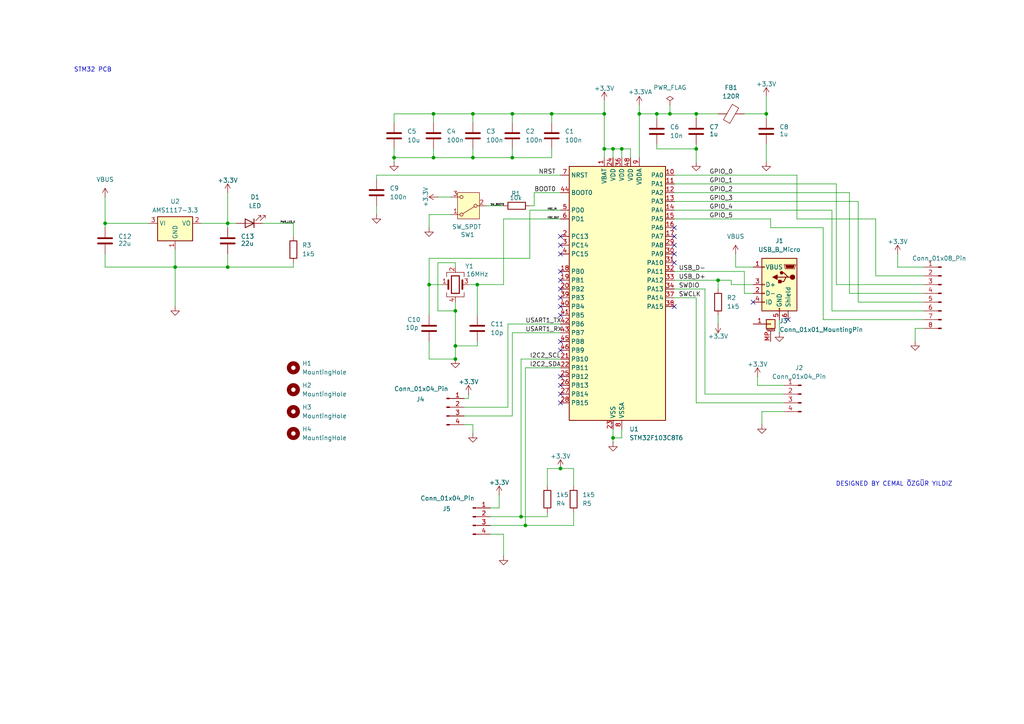
<source format=kicad_sch>
(kicad_sch (version 20231120) (generator "eeschema") (generator_version "8.0")
  (paper "A4")
  (title_block (title "STM32F103 PCB") (date "2024-03-31") (rev "0.1") (company "Cemal Özgür YILDIZ"))
  (lib_symbols
    (symbol "Connector:Conn_01x04_Pin" (pin_names (offset 1.016) hide)
      (property "Reference" "J" (at 0 5.08 0))
      (property "Value" "Conn_01x04_Pin" (at 0 -7.62 0))
      (symbol "Conn_01x04_Pin_1_1"
        (polyline (pts (xy 1.27 -5.08) (xy 0.8636 -5.08)) (stroke (width 0.1524)))
        (polyline (pts (xy 1.27 -2.54) (xy 0.8636 -2.54)) (stroke (width 0.1524)))
        (polyline (pts (xy 1.27 0) (xy 0.8636 0)) (stroke (width 0.1524)))
        (polyline (pts (xy 1.27 2.54) (xy 0.8636 2.54)) (stroke (width 0.1524)))
        (rectangle (start 0.8636 -4.953) (end 0 -5.207) (stroke (width 0.1524)) (fill (type outline)))
        (rectangle (start 0.8636 -2.413) (end 0 -2.667) (stroke (width 0.1524)) (fill (type outline)))
        (rectangle (start 0.8636 0.127) (end 0 -0.127) (stroke (width 0.1524)) (fill (type outline)))
        (rectangle (start 0.8636 2.667) (end 0 2.413) (stroke (width 0.1524)) (fill (type outline)))
        (pin passive line (at 5.08 2.54 180) (length 3.81) (name "Pin_1") (number "1"))
        (pin passive line (at 5.08 0 180) (length 3.81) (name "Pin_2") (number "2"))
        (pin passive line (at 5.08 -2.54 180) (length 3.81) (name "Pin_3") (number "3"))
        (pin passive line (at 5.08 -5.08 180) (length 3.81) (name "Pin_4") (number "4"))
      )
    )
    (symbol "Connector:Conn_01x08_Pin" (pin_names (offset 1.016) hide)
      (property "Reference" "J" (at 0 10.16 0))
      (property "Value" "Conn_01x08_Pin" (at 0 -12.7 0))
      (symbol "Conn_01x08_Pin_1_1"
        (polyline (pts (xy 1.27 -10.16) (xy 0.8636 -10.16)) (stroke (width 0.1524)))
        (polyline (pts (xy 1.27 -7.62) (xy 0.8636 -7.62)) (stroke (width 0.1524)))
        (polyline (pts (xy 1.27 -5.08) (xy 0.8636 -5.08)) (stroke (width 0.1524)))
        (polyline (pts (xy 1.27 -2.54) (xy 0.8636 -2.54)) (stroke (width 0.1524)))
        (polyline (pts (xy 1.27 0) (xy 0.8636 0)) (stroke (width 0.1524)))
        (polyline (pts (xy 1.27 2.54) (xy 0.8636 2.54)) (stroke (width 0.1524)))
        (polyline (pts (xy 1.27 5.08) (xy 0.8636 5.08)) (stroke (width 0.1524)))
        (polyline (pts (xy 1.27 7.62) (xy 0.8636 7.62)) (stroke (width 0.1524)))
        (rectangle (start 0.8636 -10.033) (end 0 -10.287) (stroke (width 0.1524)) (fill (type outline)))
        (rectangle (start 0.8636 -7.493) (end 0 -7.747) (stroke (width 0.1524)) (fill (type outline)))
        (rectangle (start 0.8636 -4.953) (end 0 -5.207) (stroke (width 0.1524)) (fill (type outline)))
        (rectangle (start 0.8636 -2.413) (end 0 -2.667) (stroke (width 0.1524)) (fill (type outline)))
        (rectangle (start 0.8636 0.127) (end 0 -0.127) (stroke (width 0.1524)) (fill (type outline)))
        (rectangle (start 0.8636 2.667) (end 0 2.413) (stroke (width 0.1524)) (fill (type outline)))
        (rectangle (start 0.8636 5.207) (end 0 4.953) (stroke (width 0.1524)) (fill (type outline)))
        (rectangle (start 0.8636 7.747) (end 0 7.493) (stroke (width 0.1524)) (fill (type outline)))
        (pin passive line (at 5.08 7.62 180) (length 3.81) (name "Pin_1") (number "1"))
        (pin passive line (at 5.08 5.08 180) (length 3.81) (name "Pin_2") (number "2"))
        (pin passive line (at 5.08 2.54 180) (length 3.81) (name "Pin_3") (number "3"))
        (pin passive line (at 5.08 0 180) (length 3.81) (name "Pin_4") (number "4"))
        (pin passive line (at 5.08 -2.54 180) (length 3.81) (name "Pin_5") (number "5"))
        (pin passive line (at 5.08 -5.08 180) (length 3.81) (name "Pin_6") (number "6"))
        (pin passive line (at 5.08 -7.62 180) (length 3.81) (name "Pin_7") (number "7"))
        (pin passive line (at 5.08 -10.16 180) (length 3.81) (name "Pin_8") (number "8"))
      )
    )
    (symbol "Connector:USB_B_Micro" (pin_names (offset 1.016))
      (property "Reference" "J" (at -5.08 11.43 0))
      (property "Value" "USB_B_Micro" (at -5.08 8.89 0))
      (symbol "USB_B_Micro_0_1"
        (rectangle (start -5.08 -7.62) (end 5.08 7.62) (stroke (width 0.254)) (fill (type background)))
        (circle (center -3.81 2.159) (radius 0.635) (stroke (width 0.254)) (fill (type outline)))
        (circle (center -0.635 3.429) (radius 0.381) (stroke (width 0.254)) (fill (type outline)))
        (rectangle (start -0.127 -7.62) (end 0.127 -6.858))
        (polyline (pts (xy -1.905 2.159) (xy 0.635 2.159)) (stroke (width 0.254)))
        (polyline (pts (xy -3.175 2.159) (xy -2.54 2.159) (xy -1.27 3.429) (xy -0.635 3.429)) (stroke (width 0.254)))
        (polyline (pts (xy -2.54 2.159) (xy -1.905 2.159) (xy -1.27 0.889) (xy 0 0.889)) (stroke (width 0.254)))
        (polyline (pts (xy 0.635 2.794) (xy 0.635 1.524) (xy 1.905 2.159) (xy 0.635 2.794)) (stroke (width 0.254)) (fill (type outline)))
        (polyline (pts (xy -4.318 5.588) (xy -1.778 5.588) (xy -2.032 4.826) (xy -4.064 4.826) (xy -4.318 5.588)) (fill (type outline)))
        (polyline (pts (xy -4.699 5.842) (xy -4.699 5.588) (xy -4.445 4.826) (xy -4.445 4.572) (xy -1.651 4.572) (xy -1.651 4.826) (xy -1.397 5.588) (xy -1.397 5.842) (xy -4.699 5.842)))
        (rectangle (start 0.254 1.27) (end -0.508 0.508) (stroke (width 0.254)) (fill (type outline)))
        (rectangle (start 5.08 -5.207) (end 4.318 -4.953))
        (rectangle (start 5.08 -2.667) (end 4.318 -2.413))
        (rectangle (start 5.08 -0.127) (end 4.318 0.127))
        (rectangle (start 5.08 4.953) (end 4.318 5.207))
      )
      (symbol "USB_B_Micro_1_1"
        (pin power_out line (at 7.62 5.08 180) (length 2.54) (name "VBUS") (number "1"))
        (pin bidirectional line (at 7.62 -2.54 180) (length 2.54) (name "D-") (number "2"))
        (pin bidirectional line (at 7.62 0 180) (length 2.54) (name "D+") (number "3"))
        (pin passive line (at 7.62 -5.08 180) (length 2.54) (name "ID") (number "4"))
        (pin power_out line (at 0 -10.16 90) (length 2.54) (name "GND") (number "5"))
        (pin passive line (at -2.54 -10.16 90) (length 2.54) (name "Shield") (number "6"))
      )
    )
    (symbol "Connector_Generic_MountingPin:Conn_01x01_MountingPin" (pin_names (offset 1.016) hide)
      (property "Reference" "J" (at 0 2.54 0))
      (property "Value" "Conn_01x01_MountingPin" (at 1.27 -2.54 0))
      (symbol "Conn_01x01_MountingPin_1_1"
        (rectangle (start -1.27 0.127) (end 0 -0.127) (stroke (width 0.1524)))
        (rectangle (start -1.27 1.27) (end 1.27 -1.27) (stroke (width 0.254)) (fill (type background)))
        (polyline (pts (xy -1.016 -2.032) (xy 1.016 -2.032)) (stroke (width 0.1524)))
        (text "Mounting" (at 0 -1.651 0) (effects (font (size 0.381 0.381))))
        (pin passive line (at -5.08 0 0) (length 3.81) (name "Pin_1") (number "1"))
        (pin passive line (at 0 -5.08 90) (length 3.048) (name "MountPin") (number "MP"))
      )
    )
    (symbol "Device:C" (pin_numbers hide) (pin_names (offset 0.254))
      (property "Reference" "C" (at 0.635 2.54 0))
      (property "Value" "C" (at 0.635 -2.54 0))
      (symbol "C_0_1"
        (polyline (pts (xy -2.032 -0.762) (xy 2.032 -0.762)) (stroke (width 0.508)))
        (polyline (pts (xy -2.032 0.762) (xy 2.032 0.762)) (stroke (width 0.508)))
      )
      (symbol "C_1_1"
        (pin passive line (at 0 3.81 270) (length 2.794) (name "~") (number "1"))
        (pin passive line (at 0 -3.81 90) (length 2.794) (name "~") (number "2"))
      )
    )
    (symbol "Device:Crystal_GND24" (pin_names (offset 1.016) hide)
      (property "Reference" "Y" (at 3.175 5.08 0))
      (property "Value" "Crystal_GND24" (at 3.175 3.175 0))
      (symbol "Crystal_GND24_0_1"
        (rectangle (start -1.143 2.54) (end 1.143 -2.54) (stroke (width 0.3048)))
        (polyline (pts (xy -2.54 0) (xy -2.032 0)))
        (polyline (pts (xy -2.032 -1.27) (xy -2.032 1.27)) (stroke (width 0.508)))
        (polyline (pts (xy 0 -3.81) (xy 0 -3.556)))
        (polyline (pts (xy 0 3.556) (xy 0 3.81)))
        (polyline (pts (xy 2.032 -1.27) (xy 2.032 1.27)) (stroke (width 0.508)))
        (polyline (pts (xy 2.032 0) (xy 2.54 0)))
        (polyline (pts (xy -2.54 -2.286) (xy -2.54 -3.556) (xy 2.54 -3.556) (xy 2.54 -2.286)))
        (polyline (pts (xy -2.54 2.286) (xy -2.54 3.556) (xy 2.54 3.556) (xy 2.54 2.286)))
      )
      (symbol "Crystal_GND24_1_1"
        (pin passive line (at -3.81 0 0) (length 1.27) (name "1") (number "1"))
        (pin passive line (at 0 5.08 270) (length 1.27) (name "2") (number "2"))
        (pin passive line (at 3.81 0 180) (length 1.27) (name "3") (number "3"))
        (pin passive line (at 0 -5.08 90) (length 1.27) (name "4") (number "4"))
      )
    )
    (symbol "Device:FerriteBead" (pin_numbers hide) (pin_names (offset 0))
      (property "Reference" "FB" (at -3.81 0.635 90))
      (property "Value" "FerriteBead" (at 3.81 0 90))
      (symbol "FerriteBead_0_1"
        (polyline (pts (xy 0 -1.27) (xy 0 -1.2192)))
        (polyline (pts (xy 0 1.27) (xy 0 1.2954)))
        (polyline (pts (xy -2.7686 0.4064) (xy -1.7018 2.2606) (xy 2.7686 -0.3048) (xy 1.6764 -2.159) (xy -2.7686 0.4064)))
      )
      (symbol "FerriteBead_1_1"
        (pin passive line (at 0 3.81 270) (length 2.54) (name "~") (number "1"))
        (pin passive line (at 0 -3.81 90) (length 2.54) (name "~") (number "2"))
      )
    )
    (symbol "Device:LED" (pin_numbers hide) (pin_names (offset 1.016) hide)
      (property "Reference" "D" (at 0 2.54 0))
      (property "Value" "LED" (at 0 -2.54 0))
      (symbol "LED_0_1"
        (polyline (pts (xy -1.27 -1.27) (xy -1.27 1.27)) (stroke (width 0.254)))
        (polyline (pts (xy -1.27 0) (xy 1.27 0)))
        (polyline (pts (xy 1.27 -1.27) (xy 1.27 1.27) (xy -1.27 0) (xy 1.27 -1.27)) (stroke (width 0.254)))
        (polyline (pts (xy -3.048 -0.762) (xy -4.572 -2.286) (xy -3.81 -2.286) (xy -4.572 -2.286) (xy -4.572 -1.524)))
        (polyline (pts (xy -1.778 -0.762) (xy -3.302 -2.286) (xy -2.54 -2.286) (xy -3.302 -2.286) (xy -3.302 -1.524)))
      )
      (symbol "LED_1_1"
        (pin passive line (at -3.81 0 0) (length 2.54) (name "K") (number "1"))
        (pin passive line (at 3.81 0 180) (length 2.54) (name "A") (number "2"))
      )
    )
    (symbol "Device:R" (pin_numbers hide) (pin_names (offset 0))
      (property "Reference" "R" (at 2.032 0 90))
      (property "Value" "R" (at 0 0 90))
      (symbol "R_0_1"
        (rectangle (start -1.016 -2.54) (end 1.016 2.54) (stroke (width 0.254)))
      )
      (symbol "R_1_1"
        (pin passive line (at 0 3.81 270) (length 1.27) (name "~") (number "1"))
        (pin passive line (at 0 -3.81 90) (length 1.27) (name "~") (number "2"))
      )
    )
    (symbol "MCU_ST_STM32F1:STM32F103C8Tx"
      (property "Reference" "U" (at -12.7 39.37 0))
      (property "Value" "STM32F103C8Tx" (at 10.16 39.37 0))
      (symbol "STM32F103C8Tx_0_1"
        (rectangle (start -12.7 -35.56) (end 15.24 38.1) (stroke (width 0.254)) (fill (type background)))
      )
      (symbol "STM32F103C8Tx_1_1"
        (pin power_in line (at -2.54 40.64 270) (length 2.54) (name "VBAT") (number "1"))
        (pin bidirectional line (at 17.78 35.56 180) (length 2.54) (name "PA0") (number "10"))
        (pin bidirectional line (at 17.78 33.02 180) (length 2.54) (name "PA1") (number "11"))
        (pin bidirectional line (at 17.78 30.48 180) (length 2.54) (name "PA2") (number "12"))
        (pin bidirectional line (at 17.78 27.94 180) (length 2.54) (name "PA3") (number "13"))
        (pin bidirectional line (at 17.78 25.4 180) (length 2.54) (name "PA4") (number "14"))
        (pin bidirectional line (at 17.78 22.86 180) (length 2.54) (name "PA5") (number "15"))
        (pin bidirectional line (at 17.78 20.32 180) (length 2.54) (name "PA6") (number "16"))
        (pin bidirectional line (at 17.78 17.78 180) (length 2.54) (name "PA7") (number "17"))
        (pin bidirectional line (at -15.24 7.62 0) (length 2.54) (name "PB0") (number "18"))
        (pin bidirectional line (at -15.24 5.08 0) (length 2.54) (name "PB1") (number "19"))
        (pin bidirectional line (at -15.24 17.78 0) (length 2.54) (name "PC13") (number "2"))
        (pin bidirectional line (at -15.24 2.54 0) (length 2.54) (name "PB2") (number "20"))
        (pin bidirectional line (at -15.24 -17.78 0) (length 2.54) (name "PB10") (number "21"))
        (pin bidirectional line (at -15.24 -20.32 0) (length 2.54) (name "PB11") (number "22"))
        (pin power_in line (at 0 -38.1 90) (length 2.54) (name "VSS") (number "23"))
        (pin power_in line (at 0 40.64 270) (length 2.54) (name "VDD") (number "24"))
        (pin bidirectional line (at -15.24 -22.86 0) (length 2.54) (name "PB12") (number "25"))
        (pin bidirectional line (at -15.24 -25.4 0) (length 2.54) (name "PB13") (number "26"))
        (pin bidirectional line (at -15.24 -27.94 0) (length 2.54) (name "PB14") (number "27"))
        (pin bidirectional line (at -15.24 -30.48 0) (length 2.54) (name "PB15") (number "28"))
        (pin bidirectional line (at 17.78 15.24 180) (length 2.54) (name "PA8") (number "29"))
        (pin bidirectional line (at -15.24 15.24 0) (length 2.54) (name "PC14") (number "3"))
        (pin bidirectional line (at 17.78 12.7 180) (length 2.54) (name "PA9") (number "30"))
        (pin bidirectional line (at 17.78 10.16 180) (length 2.54) (name "PA10") (number "31"))
        (pin bidirectional line (at 17.78 7.62 180) (length 2.54) (name "PA11") (number "32"))
        (pin bidirectional line (at 17.78 5.08 180) (length 2.54) (name "PA12") (number "33"))
        (pin bidirectional line (at 17.78 2.54 180) (length 2.54) (name "PA13") (number "34"))
        (pin passive line (at 0 -38.1 90) (length 2.54) hide (name "VSS") (number "35"))
        (pin power_in line (at 2.54 40.64 270) (length 2.54) (name "VDD") (number "36"))
        (pin bidirectional line (at 17.78 0 180) (length 2.54) (name "PA14") (number "37"))
        (pin bidirectional line (at 17.78 -2.54 180) (length 2.54) (name "PA15") (number "38"))
        (pin bidirectional line (at -15.24 0 0) (length 2.54) (name "PB3") (number "39"))
        (pin bidirectional line (at -15.24 12.7 0) (length 2.54) (name "PC15") (number "4"))
        (pin bidirectional line (at -15.24 -2.54 0) (length 2.54) (name "PB4") (number "40"))
        (pin bidirectional line (at -15.24 -5.08 0) (length 2.54) (name "PB5") (number "41"))
        (pin bidirectional line (at -15.24 -7.62 0) (length 2.54) (name "PB6") (number "42"))
        (pin bidirectional line (at -15.24 -10.16 0) (length 2.54) (name "PB7") (number "43"))
        (pin input line (at -15.24 30.48 0) (length 2.54) (name "BOOT0") (number "44"))
        (pin bidirectional line (at -15.24 -12.7 0) (length 2.54) (name "PB8") (number "45"))
        (pin bidirectional line (at -15.24 -15.24 0) (length 2.54) (name "PB9") (number "46"))
        (pin passive line (at 0 -38.1 90) (length 2.54) hide (name "VSS") (number "47"))
        (pin power_in line (at 5.08 40.64 270) (length 2.54) (name "VDD") (number "48"))
        (pin bidirectional line (at -15.24 25.4 0) (length 2.54) (name "PD0") (number "5"))
        (pin bidirectional line (at -15.24 22.86 0) (length 2.54) (name "PD1") (number "6"))
        (pin input line (at -15.24 35.56 0) (length 2.54) (name "NRST") (number "7"))
        (pin power_in line (at 2.54 -38.1 90) (length 2.54) (name "VSSA") (number "8"))
        (pin power_in line (at 7.62 40.64 270) (length 2.54) (name "VDDA") (number "9"))
      )
    )
    (symbol "Mechanical:MountingHole" (pin_names (offset 1.016)) (exclude_from_sim yes) (in_bom no)
      (property "Reference" "H" (at 0 5.08 0))
      (property "Value" "MountingHole" (at 0 3.175 0))
      (symbol "MountingHole_0_1"
        (circle (center 0 0) (radius 1.27) (stroke (width 1.27)))
      )
    )
    (symbol "Regulator_Linear:AMS1117-3.3"
      (property "Reference" "U" (at -3.81 3.175 0))
      (property "Value" "AMS1117-3.3" (at 0 3.175 0))
      (symbol "AMS1117-3.3_0_1"
        (rectangle (start -5.08 -5.08) (end 5.08 1.905) (stroke (width 0.254)) (fill (type background)))
      )
      (symbol "AMS1117-3.3_1_1"
        (pin power_in line (at 0 -7.62 90) (length 2.54) (name "GND") (number "1"))
        (pin power_out line (at 7.62 0 180) (length 2.54) (name "VO") (number "2"))
        (pin power_in line (at -7.62 0 0) (length 2.54) (name "VI") (number "3"))
      )
    )
    (symbol "Switch:SW_SPDT" (pin_names (offset 0) hide)
      (property "Reference" "SW" (at 0 5.08 0))
      (property "Value" "SW_SPDT" (at 0 -5.08 0))
      (symbol "SW_SPDT_0_1"
        (circle (center -2.032 0) (radius 0.4572))
        (polyline (pts (xy -1.651 0.254) (xy 1.651 2.286)))
        (circle (center 2.032 -2.54) (radius 0.4572))
        (circle (center 2.032 2.54) (radius 0.4572))
      )
      (symbol "SW_SPDT_1_1"
        (rectangle (start -3.175 3.81) (end 3.175 -3.81) (fill (type background)))
        (pin passive line (at 5.08 2.54 180) (length 2.54) (name "A") (number "1"))
        (pin passive line (at -5.08 0 0) (length 2.54) (name "B") (number "2"))
        (pin passive line (at 5.08 -2.54 180) (length 2.54) (name "C") (number "3"))
      )
    )
    (symbol "power:+3.3V" (power) (pin_numbers hide) (pin_names (offset 0) hide)
      (property "Value" "+3.3V" (at 0 3.556 0))
      (symbol "+3.3V_0_1"
        (polyline (pts (xy -0.762 1.27) (xy 0 2.54)))
        (polyline (pts (xy 0 0) (xy 0 2.54)))
        (polyline (pts (xy 0 2.54) (xy 0.762 1.27)))
      )
      (symbol "+3.3V_1_1"
        (pin power_in line (at 0 0 90) (length 0) (name "~") (number "1"))
      )
    )
    (symbol "power:+3.3VA" (power) (pin_numbers hide) (pin_names (offset 0) hide)
      (property "Value" "+3.3VA" (at 0 3.556 0))
      (symbol "+3.3VA_0_1"
        (polyline (pts (xy -0.762 1.27) (xy 0 2.54)))
        (polyline (pts (xy 0 0) (xy 0 2.54)))
        (polyline (pts (xy 0 2.54) (xy 0.762 1.27)))
      )
      (symbol "+3.3VA_1_1"
        (pin power_in line (at 0 0 90) (length 0) (name "~") (number "1"))
      )
    )
    (symbol "power:GND" (power) (pin_numbers hide) (pin_names (offset 0) hide)
      (property "Value" "GND" (at 0 -3.81 0))
      (symbol "GND_0_1"
        (polyline (pts (xy 0 0) (xy 0 -1.27) (xy 1.27 -1.27) (xy 0 -2.54) (xy -1.27 -1.27) (xy 0 -1.27)))
      )
      (symbol "GND_1_1"
        (pin power_in line (at 0 0 270) (length 0) (name "~") (number "1"))
      )
    )
    (symbol "power:PWR_FLAG" (power) (pin_numbers hide) (pin_names (offset 0) hide)
      (property "Value" "PWR_FLAG" (at 0 3.81 0))
      (symbol "PWR_FLAG_0_0"
        (pin power_out line (at 0 0 90) (length 0) (name "~") (number "1"))
      )
      (symbol "PWR_FLAG_0_1"
        (polyline (pts (xy 0 0) (xy 0 1.27) (xy -1.016 1.905) (xy 0 2.54) (xy 1.016 1.905) (xy 0 1.27)))
      )
    )
    (symbol "power:VBUS" (power) (pin_numbers hide) (pin_names (offset 0) hide)
      (property "Value" "VBUS" (at 0 3.556 0))
      (symbol "VBUS_0_1"
        (polyline (pts (xy -0.762 1.27) (xy 0 2.54)))
        (polyline (pts (xy 0 0) (xy 0 2.54)))
        (polyline (pts (xy 0 2.54) (xy 0.762 1.27)))
      )
      (symbol "VBUS_1_1"
        (pin power_in line (at 0 0 90) (length 0) (name "~") (number "1"))
      )
    )
  )
  (junction (at 185.42 33.02))
  (junction (at 222.25 33.02))
  (junction (at 137.16 45.72))
  (junction (at 208.28 81.28))
  (junction (at 180.34 43.18))
  (junction (at 30.48 64.77))
  (junction (at 201.93 33.02))
  (junction (at 148.59 33.02))
  (junction (at 132.08 104.14))
  (junction (at 125.73 33.02))
  (junction (at 190.5 33.02))
  (junction (at 201.93 43.18))
  (junction (at 177.8 43.18))
  (junction (at 162.56 135.89))
  (junction (at 124.46 82.55))
  (junction (at 152.4 152.4))
  (junction (at 66.04 64.77))
  (junction (at 132.08 100.33))
  (junction (at 50.8 77.47))
  (junction (at 175.26 33.02))
  (junction (at 175.26 43.18))
  (junction (at 66.04 77.47))
  (junction (at 125.73 45.72))
  (junction (at 132.08 90.17))
  (junction (at 114.3 45.72))
  (junction (at 160.02 33.02))
  (junction (at 194.31 33.02))
  (junction (at 148.59 45.72))
  (junction (at 151.13 149.86))
  (junction (at 138.43 82.55))
  (junction (at 177.8 127))
  (junction (at 137.16 33.02))
  (no_connect (at 195.58 71.12))
  (no_connect (at 218.44 87.63))
  (no_connect (at 162.56 111.76))
  (no_connect (at 162.56 86.36))
  (no_connect (at 162.56 101.6))
  (no_connect (at 162.56 88.9))
  (no_connect (at 162.56 91.44))
  (no_connect (at 162.56 68.58))
  (no_connect (at 228.6 92.71))
  (no_connect (at 162.56 81.28))
  (no_connect (at 162.56 71.12))
  (no_connect (at 162.56 73.66))
  (no_connect (at 162.56 114.3))
  (no_connect (at 195.58 76.2))
  (no_connect (at 162.56 78.74))
  (no_connect (at 195.58 68.58))
  (no_connect (at 195.58 73.66))
  (no_connect (at 162.56 109.22))
  (no_connect (at 162.56 116.84))
  (no_connect (at 162.56 83.82))
  (no_connect (at 162.56 99.06))
  (no_connect (at 195.58 66.04))
  (no_connect (at 195.58 88.9))
  (wire (pts (xy 201.93 43.18) (xy 201.93 46.99)))
  (wire (pts (xy 127 76.2) (xy 127 90.17)))
  (wire (pts (xy 146.05 154.94) (xy 146.05 161.29)))
  (wire (pts (xy 147.32 93.98) (xy 147.32 118.11)))
  (wire (pts (xy 50.8 77.47) (xy 50.8 88.9)))
  (wire (pts (xy 158.75 140.97) (xy 158.75 135.89)))
  (wire (pts (xy 219.71 109.22) (xy 219.71 111.76)))
  (wire (pts (xy 132.08 100.33) (xy 132.08 104.14)))
  (wire (pts (xy 241.3 60.96) (xy 241.3 90.17)))
  (wire (pts (xy 195.58 60.96) (xy 241.3 60.96)))
  (wire (pts (xy 241.3 90.17) (xy 267.97 90.17)))
  (wire (pts (xy 180.34 127) (xy 177.8 127)))
  (wire (pts (xy 142.24 149.86) (xy 151.13 149.86)))
  (wire (pts (xy 148.59 33.02) (xy 148.59 35.56)))
  (wire (pts (xy 132.08 90.17) (xy 132.08 87.63)))
  (wire (pts (xy 246.38 55.88) (xy 246.38 85.09)))
  (wire (pts (xy 76.2 64.77) (xy 85.09 64.77)))
  (wire (pts (xy 254 63.5) (xy 254 80.01)))
  (wire (pts (xy 212.09 82.55) (xy 218.44 82.55)))
  (wire (pts (xy 160.02 33.02) (xy 175.26 33.02)))
  (wire (pts (xy 195.58 58.42) (xy 248.92 58.42)))
  (wire (pts (xy 254 80.01) (xy 267.97 80.01)))
  (wire (pts (xy 124.46 62.23) (xy 124.46 66.04)))
  (wire (pts (xy 135.89 114.3) (xy 135.89 115.57)))
  (wire (pts (xy 138.43 99.06) (xy 138.43 100.33)))
  (wire (pts (xy 137.16 123.19) (xy 137.16 125.73)))
  (wire (pts (xy 66.04 77.47) (xy 50.8 77.47)))
  (wire (pts (xy 147.32 93.98) (xy 162.56 93.98)))
  (wire (pts (xy 215.9 78.74) (xy 215.9 85.09)))
  (wire (pts (xy 248.92 58.42) (xy 248.92 87.63)))
  (wire (pts (xy 180.34 124.46) (xy 180.34 127)))
  (wire (pts (xy 66.04 66.04) (xy 66.04 64.77)))
  (wire (pts (xy 231.14 63.5) (xy 254 63.5)))
  (wire (pts (xy 227.33 114.3) (xy 204.47 114.3)))
  (wire (pts (xy 208.28 91.44) (xy 208.28 93.98)))
  (wire (pts (xy 124.46 74.93) (xy 153.67 74.93)))
  (wire (pts (xy 219.71 111.76) (xy 227.33 111.76)))
  (wire (pts (xy 265.43 99.06) (xy 265.43 95.25)))
  (wire (pts (xy 242.57 82.55) (xy 267.97 82.55)))
  (wire (pts (xy 30.48 64.77) (xy 30.48 66.04)))
  (wire (pts (xy 238.76 92.71) (xy 267.97 92.71)))
  (wire (pts (xy 212.09 81.28) (xy 212.09 82.55)))
  (wire (pts (xy 30.48 57.15) (xy 30.48 64.77)))
  (wire (pts (xy 195.58 78.74) (xy 215.9 78.74)))
  (wire (pts (xy 135.89 115.57) (xy 134.62 115.57)))
  (wire (pts (xy 204.47 114.3) (xy 204.47 83.82)))
  (wire (pts (xy 135.89 82.55) (xy 138.43 82.55)))
  (wire (pts (xy 166.37 140.97) (xy 166.37 135.89)))
  (wire (pts (xy 50.8 72.39) (xy 50.8 77.47)))
  (wire (pts (xy 208.28 81.28) (xy 208.28 83.82)))
  (wire (pts (xy 132.08 77.47) (xy 132.08 76.2)))
  (wire (pts (xy 152.4 152.4) (xy 152.4 106.68)))
  (wire (pts (xy 213.36 73.66) (xy 213.36 77.47)))
  (wire (pts (xy 127 57.15) (xy 130.81 57.15)))
  (wire (pts (xy 223.52 63.5) (xy 223.52 66.04)))
  (wire (pts (xy 142.24 154.94) (xy 146.05 154.94)))
  (wire (pts (xy 177.8 127) (xy 177.8 128.27)))
  (wire (pts (xy 142.24 152.4) (xy 152.4 152.4)))
  (wire (pts (xy 85.09 76.2) (xy 85.09 77.47)))
  (wire (pts (xy 158.75 135.89) (xy 162.56 135.89)))
  (wire (pts (xy 109.22 50.8) (xy 162.56 50.8)))
  (wire (pts (xy 260.35 77.47) (xy 260.35 73.66)))
  (wire (pts (xy 134.62 118.11) (xy 147.32 118.11)))
  (wire (pts (xy 220.98 119.38) (xy 220.98 123.19)))
  (wire (pts (xy 201.93 116.84) (xy 201.93 86.36)))
  (wire (pts (xy 180.34 45.72) (xy 180.34 43.18)))
  (wire (pts (xy 134.62 123.19) (xy 137.16 123.19)))
  (wire (pts (xy 267.97 77.47) (xy 260.35 77.47)))
  (wire (pts (xy 114.3 43.18) (xy 114.3 45.72)))
  (wire (pts (xy 180.34 43.18) (xy 177.8 43.18)))
  (wire (pts (xy 215.9 33.02) (xy 222.25 33.02)))
  (wire (pts (xy 154.94 55.88) (xy 154.94 59.69)))
  (wire (pts (xy 231.14 50.8) (xy 231.14 63.5)))
  (wire (pts (xy 185.42 45.72) (xy 185.42 33.02)))
  (wire (pts (xy 238.76 66.04) (xy 238.76 92.71)))
  (wire (pts (xy 153.67 59.69) (xy 154.94 59.69)))
  (wire (pts (xy 137.16 45.72) (xy 125.73 45.72)))
  (wire (pts (xy 137.16 43.18) (xy 137.16 45.72)))
  (wire (pts (xy 175.26 43.18) (xy 175.26 45.72)))
  (wire (pts (xy 175.26 33.02) (xy 175.26 43.18)))
  (wire (pts (xy 201.93 33.02) (xy 208.28 33.02)))
  (wire (pts (xy 148.59 33.02) (xy 160.02 33.02)))
  (wire (pts (xy 85.09 68.58) (xy 85.09 64.77)))
  (wire (pts (xy 185.42 30.48) (xy 185.42 33.02)))
  (wire (pts (xy 132.08 90.17) (xy 132.08 100.33)))
  (wire (pts (xy 154.94 55.88) (xy 162.56 55.88)))
  (wire (pts (xy 138.43 82.55) (xy 146.05 82.55)))
  (wire (pts (xy 185.42 33.02) (xy 190.5 33.02)))
  (wire (pts (xy 137.16 33.02) (xy 148.59 33.02)))
  (wire (pts (xy 132.08 100.33) (xy 138.43 100.33)))
  (wire (pts (xy 222.25 41.91) (xy 222.25 46.99)))
  (wire (pts (xy 190.5 41.91) (xy 190.5 43.18)))
  (wire (pts (xy 85.09 77.47) (xy 66.04 77.47)))
  (wire (pts (xy 148.59 43.18) (xy 148.59 45.72)))
  (wire (pts (xy 144.78 147.32) (xy 142.24 147.32)))
  (wire (pts (xy 195.58 55.88) (xy 246.38 55.88)))
  (wire (pts (xy 132.08 104.14) (xy 124.46 104.14)))
  (wire (pts (xy 146.05 63.5) (xy 146.05 82.55)))
  (wire (pts (xy 144.78 143.51) (xy 144.78 147.32)))
  (wire (pts (xy 194.31 33.02) (xy 201.93 33.02)))
  (wire (pts (xy 109.22 52.07) (xy 109.22 50.8)))
  (wire (pts (xy 195.58 53.34) (xy 242.57 53.34)))
  (wire (pts (xy 223.52 66.04) (xy 238.76 66.04)))
  (wire (pts (xy 127 90.17) (xy 132.08 90.17)))
  (wire (pts (xy 66.04 55.88) (xy 66.04 64.77)))
  (wire (pts (xy 109.22 59.69) (xy 109.22 62.23)))
  (wire (pts (xy 194.31 30.48) (xy 194.31 33.02)))
  (wire (pts (xy 215.9 85.09) (xy 218.44 85.09)))
  (wire (pts (xy 146.05 63.5) (xy 162.56 63.5)))
  (wire (pts (xy 190.5 43.18) (xy 201.93 43.18)))
  (wire (pts (xy 58.42 64.77) (xy 66.04 64.77)))
  (wire (pts (xy 30.48 73.66) (xy 30.48 77.47)))
  (wire (pts (xy 124.46 62.23) (xy 130.81 62.23)))
  (wire (pts (xy 166.37 148.59) (xy 166.37 152.4)))
  (wire (pts (xy 195.58 81.28) (xy 208.28 81.28)))
  (wire (pts (xy 124.46 99.06) (xy 124.46 104.14)))
  (wire (pts (xy 151.13 149.86) (xy 151.13 104.14)))
  (wire (pts (xy 137.16 33.02) (xy 137.16 35.56)))
  (wire (pts (xy 124.46 82.55) (xy 124.46 91.44)))
  (wire (pts (xy 166.37 135.89) (xy 162.56 135.89)))
  (wire (pts (xy 166.37 152.4) (xy 152.4 152.4)))
  (wire (pts (xy 248.92 87.63) (xy 267.97 87.63)))
  (wire (pts (xy 125.73 33.02) (xy 125.73 35.56)))
  (wire (pts (xy 140.97 59.69) (xy 146.05 59.69)))
  (wire (pts (xy 220.98 119.38) (xy 227.33 119.38)))
  (wire (pts (xy 151.13 104.14) (xy 162.56 104.14)))
  (wire (pts (xy 30.48 77.47) (xy 50.8 77.47)))
  (wire (pts (xy 242.57 53.34) (xy 242.57 82.55)))
  (wire (pts (xy 43.18 64.77) (xy 30.48 64.77)))
  (wire (pts (xy 222.25 27.94) (xy 222.25 33.02)))
  (wire (pts (xy 177.8 124.46) (xy 177.8 127)))
  (wire (pts (xy 132.08 76.2) (xy 127 76.2)))
  (wire (pts (xy 152.4 106.68) (xy 162.56 106.68)))
  (wire (pts (xy 195.58 86.36) (xy 201.93 86.36)))
  (wire (pts (xy 177.8 45.72) (xy 177.8 43.18)))
  (wire (pts (xy 226.06 92.71) (xy 226.06 96.52)))
  (wire (pts (xy 246.38 85.09) (xy 267.97 85.09)))
  (wire (pts (xy 66.04 64.77) (xy 68.58 64.77)))
  (wire (pts (xy 160.02 45.72) (xy 148.59 45.72)))
  (wire (pts (xy 195.58 50.8) (xy 231.14 50.8)))
  (wire (pts (xy 190.5 33.02) (xy 194.31 33.02)))
  (wire (pts (xy 222.25 33.02) (xy 222.25 34.29)))
  (wire (pts (xy 148.59 45.72) (xy 137.16 45.72)))
  (wire (pts (xy 125.73 45.72) (xy 114.3 45.72)))
  (wire (pts (xy 160.02 33.02) (xy 160.02 35.56)))
  (wire (pts (xy 124.46 74.93) (xy 124.46 82.55)))
  (wire (pts (xy 195.58 83.82) (xy 204.47 83.82)))
  (wire (pts (xy 66.04 73.66) (xy 66.04 77.47)))
  (wire (pts (xy 114.3 33.02) (xy 125.73 33.02)))
  (wire (pts (xy 208.28 81.28) (xy 212.09 81.28)))
  (wire (pts (xy 125.73 43.18) (xy 125.73 45.72)))
  (wire (pts (xy 114.3 45.72) (xy 114.3 46.99)))
  (wire (pts (xy 134.62 120.65) (xy 148.59 120.65)))
  (wire (pts (xy 148.59 96.52) (xy 162.56 96.52)))
  (wire (pts (xy 190.5 33.02) (xy 190.5 34.29)))
  (wire (pts (xy 124.46 82.55) (xy 128.27 82.55)))
  (wire (pts (xy 153.67 60.96) (xy 162.56 60.96)))
  (wire (pts (xy 153.67 60.96) (xy 153.67 74.93)))
  (wire (pts (xy 195.58 63.5) (xy 223.52 63.5)))
  (wire (pts (xy 182.88 45.72) (xy 182.88 43.18)))
  (wire (pts (xy 138.43 91.44) (xy 138.43 82.55)))
  (wire (pts (xy 125.73 33.02) (xy 137.16 33.02)))
  (wire (pts (xy 158.75 149.86) (xy 151.13 149.86)))
  (wire (pts (xy 265.43 95.25) (xy 267.97 95.25)))
  (wire (pts (xy 213.36 77.47) (xy 218.44 77.47)))
  (wire (pts (xy 182.88 43.18) (xy 180.34 43.18)))
  (wire (pts (xy 201.93 41.91) (xy 201.93 43.18)))
  (wire (pts (xy 177.8 43.18) (xy 175.26 43.18)))
  (wire (pts (xy 227.33 116.84) (xy 201.93 116.84)))
  (wire (pts (xy 158.75 148.59) (xy 158.75 149.86)))
  (wire (pts (xy 175.26 29.21) (xy 175.26 33.02)))
  (wire (pts (xy 160.02 43.18) (xy 160.02 45.72)))
  (wire (pts (xy 148.59 96.52) (xy 148.59 120.65)))
  (wire (pts (xy 114.3 35.56) (xy 114.3 33.02)))
  (wire (pts (xy 201.93 33.02) (xy 201.93 34.29)))
  (text "DESIGNED BY CEMAL ÖZGÜR YILDIZ\n" (at 259.334 140.462 0) (effects (font (size 1.27 1.27))))
  (text "STM32 PCB" (at 26.924 20.32 0) (effects (font (size 1.27 1.27))))
  (label "GPIO_4" (at 205.74 60.96 0))
  (label "SWDIO" (at 196.85 83.82 0))
  (label "PWR_LED_K" (at 81.28 64.77 0) (effects (font (size 0.508 0.508))))
  (label "BOOT0" (at 154.94 55.88 0))
  (label "SW_BOOT0" (at 142.24 59.69 0) (effects (font (size 0.508 0.508))))
  (label "GPIO_5" (at 205.74 63.5 0))
  (label "GPIO_3" (at 205.74 58.42 0))
  (label "USART1_TX" (at 152.4 93.98 0))
  (label "I2C2_SCL" (at 153.67 104.14 0))
  (label "USB_D+" (at 196.85 81.28 0))
  (label "HSE_IN" (at 158.75 60.96 0) (effects (font (size 0.508 0.508))))
  (label "USART1_RX" (at 152.4 96.52 0))
  (label "NRST" (at 156.21 50.8 0))
  (label "SWCLK" (at 196.85 86.36 0))
  (label "GPIO_0" (at 205.74 50.8 0))
  (label "GPIO_2" (at 205.74 55.88 0))
  (label "USB_D-" (at 196.85 78.74 0))
  (label "GPIO_1" (at 205.74 53.34 0))
  (label "I2C2_SDA" (at 153.67 106.68 0))
  (label "HSE_OUT" (at 158.75 63.5 0) (effects (font (size 0.508 0.508))))
  (symbol (lib_id "Device:FerriteBead") (at 212.09 33.02 90) (unit 1)
    (property "Reference" "FB1" (at 212.0392 25.4 90))
    (property "Value" "120R" (at 212.0392 27.94 90))
    (property "Footprint" "Inductor_SMD:L_0603_1608Metric" (effects (hide yes)))
    (property "Description" "Ferrite bead" (effects (hide yes)))
  )
  (symbol (lib_id "Device:C") (at 138.43 95.25 0) (unit 1)
    (property "Reference" "C11" (at 142.24 93.9799 0) (effects (justify left)))
    (property "Value" "10p" (at 142.24 96.5199 0) (effects (justify left)))
    (property "Footprint" "Capacitor_SMD:C_0402_1005Metric" (effects (hide yes)))
    (property "Description" "Unpolarized capacitor" (effects (hide yes)))
  )
  (symbol (lib_id "power:+3.3V") (at 219.71 109.22 0) (unit 1)
    (property "Reference" "#PWR015" (effects (hide yes)))
    (property "Value" "+3.3V" (at 219.71 105.664 0))
    (property "Description" "Power symbol creates a global label with name \"+3.3V\"" (effects (hide yes)))
  )
  (symbol (lib_id "power:GND") (at 137.16 125.73 0) (unit 1)
    (property "Reference" "#PWR021" (effects (hide yes)))
    (property "Value" "GND" (effects (hide yes)))
    (property "Description" "Power symbol creates a global label with name \"GND\" , ground" (effects (hide yes)))
  )
  (symbol (lib_id "power:+3.3VA") (at 185.42 30.48 0) (unit 1)
    (property "Reference" "#PWR04" (effects (hide yes)))
    (property "Value" "+3.3VA" (at 185.674 26.67 0))
    (property "Description" "Power symbol creates a global label with name \"+3.3VA\"" (effects (hide yes)))
  )
  (symbol (lib_id "Device:R") (at 158.75 144.78 0) (mirror x) (unit 1)
    (property "Reference" "R4" (at 161.29 146.0501 0) (effects (justify left)))
    (property "Value" "1k5" (at 161.29 143.5101 0) (effects (justify left)))
    (property "Footprint" "Resistor_SMD:R_0402_1005Metric" (effects (hide yes)))
    (property "Description" "Resistor" (effects (hide yes)))
  )
  (symbol (lib_id "power:+3.3V") (at 135.89 114.3 0) (unit 1)
    (property "Reference" "#PWR020" (effects (hide yes)))
    (property "Value" "+3.3V" (at 135.89 110.744 0))
    (property "Description" "Power symbol creates a global label with name \"+3.3V\"" (effects (hide yes)))
  )
  (symbol (lib_id "Device:C") (at 160.02 39.37 0) (unit 1)
    (property "Reference" "C1" (at 163.83 38.0999 0) (effects (justify left)))
    (property "Value" "100n" (at 163.83 40.6399 0) (effects (justify left)))
    (property "Footprint" "Capacitor_SMD:C_0402_1005Metric" (effects (hide yes)))
    (property "Description" "Unpolarized capacitor" (effects (hide yes)))
  )
  (symbol (lib_id "Device:C") (at 201.93 38.1 0) (unit 1)
    (property "Reference" "C7" (at 205.74 36.8299 0) (effects (justify left)))
    (property "Value" "1u" (at 205.74 38.862 0) (effects (justify left)))
    (property "Footprint" "Capacitor_SMD:C_0402_1005Metric" (effects (hide yes)))
    (property "Description" "Unpolarized capacitor" (effects (hide yes)))
  )
  (symbol (lib_id "Device:C") (at 190.5 38.1 0) (unit 1)
    (property "Reference" "C6" (at 194.31 36.8299 0) (effects (justify left)))
    (property "Value" "10n" (at 194.31 39.3699 0) (effects (justify left)))
    (property "Footprint" "Capacitor_SMD:C_0402_1005Metric" (effects (hide yes)))
    (property "Description" "Unpolarized capacitor" (effects (hide yes)))
  )
  (symbol (lib_id "power:VBUS") (at 213.36 73.66 0) (unit 1)
    (property "Reference" "#PWR013" (effects (hide yes)))
    (property "Value" "VBUS" (at 213.36 68.58 0))
    (property "Description" "Power symbol creates a global label with name \"VBUS\"" (effects (hide yes)))
  )
  (symbol (lib_id "power:GND") (at 114.3 46.99 0) (unit 1)
    (property "Reference" "#PWR03" (effects (hide yes)))
    (property "Value" "GND" (effects (hide yes)))
    (property "Description" "Power symbol creates a global label with name \"GND\" , ground" (effects (hide yes)))
  )
  (symbol (lib_id "Device:C") (at 222.25 38.1 0) (unit 1)
    (property "Reference" "C8" (at 226.06 36.8299 0) (effects (justify left)))
    (property "Value" "1u" (at 226.06 38.862 0) (effects (justify left)))
    (property "Footprint" "Capacitor_SMD:C_0402_1005Metric" (effects (hide yes)))
    (property "Description" "Unpolarized capacitor" (effects (hide yes)))
  )
  (symbol (lib_id "power:+3.3V") (at 222.25 27.94 0) (unit 1)
    (property "Reference" "#PWR05" (effects (hide yes)))
    (property "Value" "+3.3V" (at 222.25 24.384 0))
    (property "Description" "Power symbol creates a global label with name \"+3.3V\"" (effects (hide yes)))
  )
  (symbol (lib_id "Device:C") (at 125.73 39.37 0) (unit 1)
    (property "Reference" "C4" (at 129.54 38.0999 0) (effects (justify left)))
    (property "Value" "100n" (at 129.54 40.6399 0) (effects (justify left)))
    (property "Footprint" "Capacitor_SMD:C_0402_1005Metric" (effects (hide yes)))
    (property "Description" "Unpolarized capacitor" (effects (hide yes)))
  )
  (symbol (lib_id "Switch:SW_SPDT") (at 135.89 59.69 180) (unit 1)
    (property "Reference" "SW1" (at 135.636 68.072 0))
    (property "Value" "SW_SPDT" (at 135.382 65.786 0))
    (property "Footprint" "Button_Switch_SMD:SW_SPDT_PCM12" (effects (hide yes)))
    (property "Description" "Switch, single pole double throw" (effects (hide yes)))
  )
  (symbol (lib_id "power:GND") (at 201.93 46.99 0) (unit 1)
    (property "Reference" "#PWR06" (effects (hide yes)))
    (property "Value" "GND" (effects (hide yes)))
    (property "Description" "Power symbol creates a global label with name \"GND\" , ground" (effects (hide yes)))
  )
  (symbol (lib_id "Device:C") (at 30.48 69.85 0) (unit 1)
    (property "Reference" "C12" (at 34.29 68.5799 0) (effects (justify left)))
    (property "Value" "22u" (at 34.29 70.612 0) (effects (justify left)))
    (property "Footprint" "Capacitor_SMD:C_0805_2012Metric" (effects (hide yes)))
    (property "Description" "Unpolarized capacitor" (effects (hide yes)))
  )
  (symbol (lib_id "power:VBUS") (at 30.48 57.15 0) (unit 1)
    (property "Reference" "#PWR018" (effects (hide yes)))
    (property "Value" "VBUS" (at 30.48 52.07 0))
    (property "Description" "Power symbol creates a global label with name \"VBUS\"" (effects (hide yes)))
  )
  (symbol (lib_id "power:GND") (at 177.8 128.27 0) (unit 1)
    (property "Reference" "#PWR01" (effects (hide yes)))
    (property "Value" "GND" (effects (hide yes)))
    (property "Description" "Power symbol creates a global label with name \"GND\" , ground" (effects (hide yes)))
  )
  (symbol (lib_id "power:GND") (at 124.46 66.04 0) (unit 1)
    (property "Reference" "#PWR09" (effects (hide yes)))
    (property "Value" "GND" (effects (hide yes)))
    (property "Description" "Power symbol creates a global label with name \"GND\" , ground" (effects (hide yes)))
  )
  (symbol (lib_id "Device:R") (at 208.28 87.63 0) (unit 1)
    (property "Reference" "R2" (at 210.82 86.3599 0) (effects (justify left)))
    (property "Value" "1k5" (at 210.82 88.8999 0) (effects (justify left)))
    (property "Footprint" "Resistor_SMD:R_0402_1005Metric" (effects (hide yes)))
    (property "Description" "Resistor" (effects (hide yes)))
  )
  (symbol (lib_id "Mechanical:MountingHole") (at 85.09 119.38 0) (unit 1) (exclude_from_sim yes) (in_bom no)
    (property "Reference" "H3" (at 87.63 118.1099 0) (effects (justify left)))
    (property "Value" "MountingHole" (at 87.63 120.6499 0) (effects (justify left)))
    (property "Footprint" "MountingHole:MountingHole_2.2mm_M2" (effects (hide yes)))
    (property "Description" "Mounting Hole without connection" (effects (hide yes)))
  )
  (symbol (lib_id "Device:C") (at 66.04 69.85 0) (unit 1)
    (property "Reference" "C13" (at 69.85 68.5799 0) (effects (justify left)))
    (property "Value" "22u" (at 69.85 70.612 0) (effects (justify left)))
    (property "Footprint" "Capacitor_SMD:C_0805_2012Metric" (effects (hide yes)))
    (property "Description" "Unpolarized capacitor" (effects (hide yes)))
  )
  (symbol (lib_id "Connector:Conn_01x04_Pin") (at 232.41 114.3 0) (mirror y) (unit 1)
    (property "Reference" "J2" (at 231.775 106.68 0))
    (property "Value" "Conn_01x04_Pin" (at 231.775 109.22 0))
    (property "Footprint" "Connector_PinHeader_2.54mm:PinHeader_1x04_P2.54mm_Vertical" (effects (hide yes)))
    (property "Description" "Generic connector, single row, 01x04, script generated" (effects (hide yes)))
  )
  (symbol (lib_id "Device:R") (at 166.37 144.78 0) (mirror x) (unit 1)
    (property "Reference" "R5" (at 168.91 146.0501 0) (effects (justify left)))
    (property "Value" "1k5" (at 168.91 143.5101 0) (effects (justify left)))
    (property "Footprint" "Resistor_SMD:R_0402_1005Metric" (effects (hide yes)))
    (property "Description" "Resistor" (effects (hide yes)))
  )
  (symbol (lib_id "Connector:Conn_01x04_Pin") (at 129.54 118.11 0) (unit 1)
    (property "Reference" "J4" (at 121.92 115.824 0))
    (property "Value" "Conn_01x04_Pin" (at 122.174 112.776 0))
    (property "Footprint" "Connector_PinHeader_2.54mm:PinHeader_1x04_P2.54mm_Vertical" (effects (hide yes)))
    (property "Description" "Generic connector, single row, 01x04, script generated" (effects (hide yes)))
  )
  (symbol (lib_id "Connector:Conn_01x04_Pin") (at 137.16 149.86 0) (unit 1)
    (property "Reference" "J5" (at 129.54 147.574 0))
    (property "Value" "Conn_01x04_Pin" (at 129.794 144.526 0))
    (property "Footprint" "Connector_PinHeader_2.54mm:PinHeader_1x04_P2.54mm_Vertical" (effects (hide yes)))
    (property "Description" "Generic connector, single row, 01x04, script generated" (effects (hide yes)))
  )
  (symbol (lib_id "Mechanical:MountingHole") (at 85.09 125.73 0) (unit 1) (exclude_from_sim yes) (in_bom no)
    (property "Reference" "H4" (at 87.63 124.4599 0) (effects (justify left)))
    (property "Value" "MountingHole" (at 87.63 126.9999 0) (effects (justify left)))
    (property "Footprint" "MountingHole:MountingHole_2.2mm_M2" (effects (hide yes)))
    (property "Description" "Mounting Hole without connection" (effects (hide yes)))
  )
  (symbol (lib_id "Device:Crystal_GND24") (at 132.08 82.55 0) (unit 1)
    (property "Reference" "Y1" (at 136.144 77.216 0))
    (property "Value" "16MHz" (at 138.43 79.502 0))
    (property "Footprint" "Crystal:Crystal_SMD_3225-4Pin_3.2x2.5mm_HandSoldering" (effects (hide yes)))
    (property "Description" "Four pin crystal, GND on pins 2 and 4" (effects (hide yes)))
  )
  (symbol (lib_id "Regulator_Linear:AMS1117-3.3") (at 50.8 64.77 0) (unit 1)
    (property "Reference" "U2" (at 50.8 58.42 0))
    (property "Value" "AMS1117-3.3" (at 50.8 60.96 0))
    (property "Footprint" "Package_TO_SOT_SMD:SOT-223-3_TabPin2" (effects (hide yes)))
    (property "Datasheet" "http://www.advanced-monolithic.com/pdf/ds1117.pdf" (effects (hide yes)))
    (property "Description" "1A Low Dropout regulator, positive, 3.3V fixed output, SOT-223" (effects (hide yes)))
  )
  (symbol (lib_id "power:GND") (at 146.05 161.29 0) (unit 1)
    (property "Reference" "#PWR023" (effects (hide yes)))
    (property "Value" "GND" (effects (hide yes)))
    (property "Description" "Power symbol creates a global label with name \"GND\" , ground" (effects (hide yes)))
  )
  (symbol (lib_id "power:+3.3V") (at 144.78 143.51 0) (unit 1)
    (property "Reference" "#PWR024" (effects (hide yes)))
    (property "Value" "+3.3V" (at 144.78 139.954 0))
    (property "Description" "Power symbol creates a global label with name \"+3.3V\"" (effects (hide yes)))
  )
  (symbol (lib_id "Mechanical:MountingHole") (at 85.09 106.68 0) (unit 1) (exclude_from_sim yes) (in_bom no)
    (property "Reference" "H1" (at 87.63 105.4099 0) (effects (justify left)))
    (property "Value" "MountingHole" (at 87.63 107.9499 0) (effects (justify left)))
    (property "Footprint" "MountingHole:MountingHole_2.2mm_M2" (effects (hide yes)))
    (property "Description" "Mounting Hole without connection" (effects (hide yes)))
  )
  (symbol (lib_id "power:GND") (at 132.08 104.14 0) (unit 1)
    (property "Reference" "#PWR011" (effects (hide yes)))
    (property "Value" "GND" (effects (hide yes)))
    (property "Description" "Power symbol creates a global label with name \"GND\" , ground" (effects (hide yes)))
  )
  (symbol (lib_id "Connector_Generic_MountingPin:Conn_01x01_MountingPin") (at 223.52 93.98 0) (unit 1)
    (property "Reference" "J3" (at 226.06 93.0655 0) (effects (justify left)))
    (property "Value" "Conn_01x01_MountingPin" (at 226.06 95.6055 0) (effects (justify left)))
    (property "Description" "Generic connectable mounting pin connector, single row, 01x01, script generated (kicad-library-utils/schlib/autogen/connector/)" (effects (hide yes)))
  )
  (symbol (lib_id "power:+3.3V") (at 66.04 55.88 0) (unit 1)
    (property "Reference" "#PWR019" (effects (hide yes)))
    (property "Value" "+3.3V" (at 66.04 52.324 0))
    (property "Description" "Power symbol creates a global label with name \"+3.3V\"" (effects (hide yes)))
  )
  (symbol (lib_id "Mechanical:MountingHole") (at 85.09 113.03 0) (unit 1) (exclude_from_sim yes) (in_bom no)
    (property "Reference" "H2" (at 87.63 111.7599 0) (effects (justify left)))
    (property "Value" "MountingHole" (at 87.63 114.2999 0) (effects (justify left)))
    (property "Footprint" "MountingHole:MountingHole_2.2mm_M2" (effects (hide yes)))
    (property "Description" "Mounting Hole without connection" (effects (hide yes)))
  )
  (symbol (lib_id "power:GND") (at 265.43 99.06 0) (unit 1)
    (property "Reference" "#PWR025" (effects (hide yes)))
    (property "Value" "GND" (effects (hide yes)))
    (property "Description" "Power symbol creates a global label with name \"GND\" , ground" (effects (hide yes)))
  )
  (symbol (lib_id "Connector:Conn_01x08_Pin") (at 273.05 85.09 0) (mirror y) (unit 1)
    (property "Reference" "J6" (effects (hide yes)))
    (property "Value" "Conn_01x08_Pin" (at 272.415 74.93 0))
    (property "Footprint" "Connector_PinHeader_2.54mm:PinHeader_1x08_P2.54mm_Vertical" (effects (hide yes)))
    (property "Description" "Generic connector, single row, 01x08, script generated" (effects (hide yes)))
  )
  (symbol (lib_id "Connector:USB_B_Micro") (at 226.06 82.55 0) (mirror y) (unit 1)
    (property "Reference" "J1" (at 226.06 69.85 0))
    (property "Value" "USB_B_Micro" (at 226.06 72.39 0))
    (property "Footprint" "Connector_USB:USB_Micro-B_Wuerth_629105150521" (effects (hide yes)))
    (property "Description" "USB Micro Type B connector" (effects (hide yes)))
  )
  (symbol (lib_id "Device:R") (at 85.09 72.39 0) (unit 1)
    (property "Reference" "R3" (at 87.63 71.1199 0) (effects (justify left)))
    (property "Value" "1k5" (at 87.63 73.6599 0) (effects (justify left)))
    (property "Footprint" "Resistor_SMD:R_0402_1005Metric" (effects (hide yes)))
    (property "Description" "Resistor" (effects (hide yes)))
  )
  (symbol (lib_id "MCU_ST_STM32F1:STM32F103C8Tx") (at 177.8 86.36 0) (unit 1)
    (property "Reference" "U1" (at 182.5341 124.46 0) (effects (justify left)))
    (property "Value" "STM32F103C8T6" (at 182.5341 127 0) (effects (justify left)))
    (property "Footprint" "Package_QFP:LQFP-48_7x7mm_P0.5mm" (effects (hide yes)))
    (property "Datasheet" "https://www.st.com/resource/en/datasheet/stm32f103c8.pdf" (effects (hide yes)))
    (property "Description" "STMicroelectronics Arm Cortex-M3 MCU, 64KB flash, 20KB RAM, 72 MHz, 2.0-3.6V, 37 GPIO, LQFP48" (effects (hide yes)))
  )
  (symbol (lib_id "power:GND") (at 222.25 46.99 0) (unit 1)
    (property "Reference" "#PWR07" (effects (hide yes)))
    (property "Value" "GND" (effects (hide yes)))
    (property "Description" "Power symbol creates a global label with name \"GND\" , ground" (effects (hide yes)))
  )
  (symbol (lib_id "power:PWR_FLAG") (at 194.31 30.48 0) (unit 1)
    (property "Reference" "#FLG01" (effects (hide yes)))
    (property "Value" "PWR_FLAG" (at 194.31 25.4 0))
    (property "Description" "Special symbol for telling ERC where power comes from" (effects (hide yes)))
  )
  (symbol (lib_id "Device:R") (at 149.86 59.69 90) (unit 1)
    (property "Reference" "R1" (at 149.606 56.134 90))
    (property "Value" "10k" (at 149.606 57.404 90))
    (property "Footprint" "Resistor_SMD:R_0402_1005Metric" (effects (hide yes)))
    (property "Description" "Resistor" (effects (hide yes)))
  )
  (symbol (lib_id "Device:C") (at 124.46 95.25 0) (unit 1)
    (property "Reference" "C10" (at 118.11 92.71 0) (effects (justify left)))
    (property "Value" "10p" (at 117.602 94.996 0) (effects (justify left)))
    (property "Footprint" "Capacitor_SMD:C_0402_1005Metric" (effects (hide yes)))
    (property "Description" "Unpolarized capacitor" (effects (hide yes)))
  )
  (symbol (lib_id "power:GND") (at 50.8 88.9 0) (unit 1)
    (property "Reference" "#PWR017" (effects (hide yes)))
    (property "Value" "GND" (effects (hide yes)))
    (property "Description" "Power symbol creates a global label with name \"GND\" , ground" (effects (hide yes)))
  )
  (symbol (lib_id "power:GND") (at 109.22 62.23 0) (unit 1)
    (property "Reference" "#PWR08" (effects (hide yes)))
    (property "Value" "GND" (effects (hide yes)))
    (property "Description" "Power symbol creates a global label with name \"GND\" , ground" (effects (hide yes)))
  )
  (symbol (lib_id "Device:C") (at 137.16 39.37 0) (unit 1)
    (property "Reference" "C3" (at 140.97 38.0999 0) (effects (justify left)))
    (property "Value" "100n" (at 140.97 40.6399 0) (effects (justify left)))
    (property "Footprint" "Capacitor_SMD:C_0402_1005Metric" (effects (hide yes)))
    (property "Description" "Unpolarized capacitor" (effects (hide yes)))
  )
  (symbol (lib_id "power:GND") (at 226.06 96.52 0) (unit 1)
    (property "Reference" "#PWR012" (effects (hide yes)))
    (property "Value" "GND" (effects (hide yes)))
    (property "Description" "Power symbol creates a global label with name \"GND\" , ground" (effects (hide yes)))
  )
  (symbol (lib_id "Device:LED") (at 72.39 64.77 180) (unit 1)
    (property "Reference" "D1" (at 73.9775 57.15 0))
    (property "Value" "LED" (at 73.9775 59.69 0))
    (property "Footprint" "LED_SMD:LED_0603_1608Metric" (effects (hide yes)))
    (property "Description" "Light emitting diode" (effects (hide yes)))
  )
  (symbol (lib_id "power:+3.3V") (at 127 57.15 90) (mirror x) (unit 1)
    (property "Reference" "#PWR010" (effects (hide yes)))
    (property "Value" "+3.3V" (at 123.444 57.15 0))
    (property "Description" "Power symbol creates a global label with name \"+3.3V\"" (effects (hide yes)))
  )
  (symbol (lib_id "Device:C") (at 148.59 39.37 0) (unit 1)
    (property "Reference" "C2" (at 152.4 38.0999 0) (effects (justify left)))
    (property "Value" "100n" (at 152.4 40.6399 0) (effects (justify left)))
    (property "Footprint" "Capacitor_SMD:C_0402_1005Metric" (effects (hide yes)))
    (property "Description" "Unpolarized capacitor" (effects (hide yes)))
  )
  (symbol (lib_id "Device:C") (at 114.3 39.37 0) (unit 1)
    (property "Reference" "C5" (at 118.11 38.0999 0) (effects (justify left)))
    (property "Value" "10u" (at 118.11 40.6399 0) (effects (justify left)))
    (property "Footprint" "Capacitor_SMD:C_0603_1608Metric" (effects (hide yes)))
    (property "Description" "Unpolarized capacitor" (effects (hide yes)))
  )
  (symbol (lib_id "power:+3.3V") (at 175.26 29.21 0) (unit 1)
    (property "Reference" "#PWR02" (effects (hide yes)))
    (property "Value" "+3.3V" (at 175.26 25.654 0))
    (property "Description" "Power symbol creates a global label with name \"+3.3V\"" (effects (hide yes)))
  )
  (symbol (lib_id "Device:C") (at 109.22 55.88 0) (unit 1)
    (property "Reference" "C9" (at 113.03 54.6099 0) (effects (justify left)))
    (property "Value" "100n" (at 113.03 57.1499 0) (effects (justify left)))
    (property "Footprint" "Capacitor_SMD:C_0402_1005Metric" (effects (hide yes)))
    (property "Description" "Unpolarized capacitor" (effects (hide yes)))
  )
  (symbol (lib_id "power:+3.3V") (at 208.28 93.98 180) (unit 1)
    (property "Reference" "#PWR014" (effects (hide yes)))
    (property "Value" "+3.3V" (at 208.28 97.536 0))
    (property "Description" "Power symbol creates a global label with name \"+3.3V\"" (effects (hide yes)))
  )
  (symbol (lib_id "power:+3.3V") (at 260.35 73.66 0) (unit 1)
    (property "Reference" "#PWR026" (effects (hide yes)))
    (property "Value" "+3.3V" (at 260.35 70.104 0))
    (property "Description" "Power symbol creates a global label with name \"+3.3V\"" (effects (hide yes)))
  )
  (symbol (lib_id "power:+3.3V") (at 162.56 135.89 0) (unit 1)
    (property "Reference" "#PWR022" (effects (hide yes)))
    (property "Value" "+3.3V" (at 162.56 132.334 0))
    (property "Description" "Power symbol creates a global label with name \"+3.3V\"" (effects (hide yes)))
  )
  (symbol (lib_id "power:GND") (at 220.98 123.19 0) (unit 1)
    (property "Reference" "#PWR016" (effects (hide yes)))
    (property "Value" "GND" (effects (hide yes)))
    (property "Description" "Power symbol creates a global label with name \"GND\" , ground" (effects (hide yes)))
  )
)
</source>
